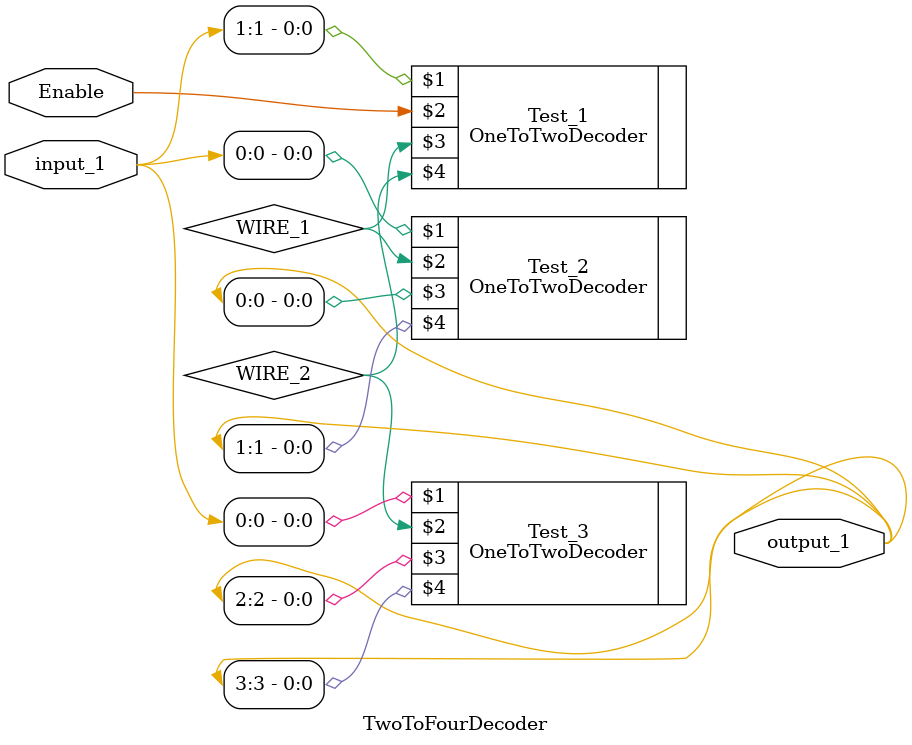
<source format=v>
module TwoToFourDecoder
(
input [1:0] input_1,
input Enable,
output [3:0] output_1
);
wire WIRE_1;
wire WIRE_2;
OneToTwoDecoder Test_1(input_1[1], Enable, WIRE_1, WIRE_2);
OneToTwoDecoder Test_2(input_1[0], WIRE_1, output_1[0], output_1[1]);
OneToTwoDecoder Test_3(input_1[0], WIRE_2, output_1[2], output_1[3]);
endmodule
</source>
